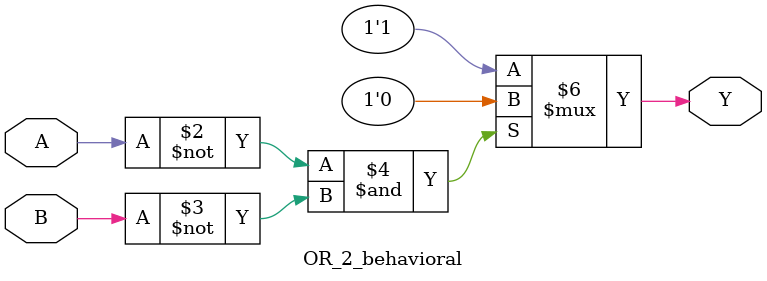
<source format=v>

module or_gate_s(a,b,y);
input a,b;
output y;

or(y,a,b);
                
endmodule


//OR gate using data flow modeling
module or_gate_d(a,b,y);
input a,b;
output y;

assign y = a | b;
                
endmodule

module OR_2_behavioral (output reg Y, input A, B);
always @ (A or B) begin
    if (A == 1'b0 & B == 1'b0) begin
        Y = 1'b0;
    end
    else 
        Y = 1'b1; 
end
endmodule

</source>
